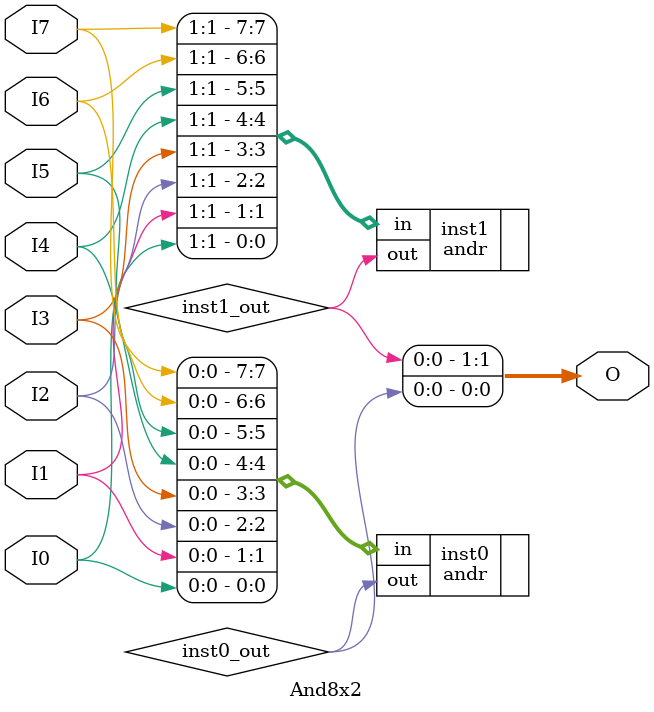
<source format=v>
module And8x2 (input [1:0] I0, input [1:0] I1, input [1:0] I2, input [1:0] I3, input [1:0] I4, input [1:0] I5, input [1:0] I6, input [1:0] I7, output [1:0] O);
wire  inst0_out;
wire  inst1_out;
andr inst0 (.in({I7[0],I6[0],I5[0],I4[0],I3[0],I2[0],I1[0],I0[0]}), .out(inst0_out));
andr inst1 (.in({I7[1],I6[1],I5[1],I4[1],I3[1],I2[1],I1[1],I0[1]}), .out(inst1_out));
assign O = {inst1_out,inst0_out};
endmodule


</source>
